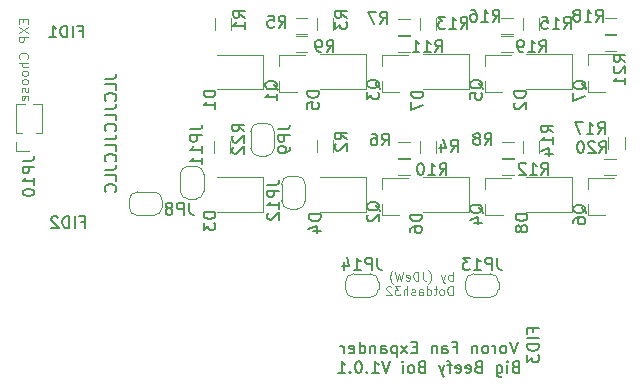
<source format=gbr>
%TF.GenerationSoftware,KiCad,Pcbnew,(5.1.10-1-10_14)*%
%TF.CreationDate,2022-01-16T00:04:22-08:00*%
%TF.ProjectId,FanExpander-kicad,46616e45-7870-4616-9e64-65722d6b6963,rev?*%
%TF.SameCoordinates,Original*%
%TF.FileFunction,Legend,Bot*%
%TF.FilePolarity,Positive*%
%FSLAX46Y46*%
G04 Gerber Fmt 4.6, Leading zero omitted, Abs format (unit mm)*
G04 Created by KiCad (PCBNEW (5.1.10-1-10_14)) date 2022-01-16 00:04:22*
%MOMM*%
%LPD*%
G01*
G04 APERTURE LIST*
%ADD10C,0.100000*%
%ADD11C,0.150000*%
%ADD12C,0.120000*%
G04 APERTURE END LIST*
D10*
X37814257Y-48050876D02*
X37814257Y-48317542D01*
X38233304Y-48431828D02*
X38233304Y-48050876D01*
X37433304Y-48050876D01*
X37433304Y-48431828D01*
X37433304Y-48698495D02*
X38233304Y-49231828D01*
X37433304Y-49231828D02*
X38233304Y-48698495D01*
X38233304Y-49536590D02*
X37433304Y-49536590D01*
X37433304Y-49841352D01*
X37471400Y-49917542D01*
X37509495Y-49955638D01*
X37585685Y-49993733D01*
X37699971Y-49993733D01*
X37776161Y-49955638D01*
X37814257Y-49917542D01*
X37852352Y-49841352D01*
X37852352Y-49536590D01*
X38157114Y-51403257D02*
X38195209Y-51365161D01*
X38233304Y-51250876D01*
X38233304Y-51174685D01*
X38195209Y-51060400D01*
X38119019Y-50984209D01*
X38042828Y-50946114D01*
X37890447Y-50908019D01*
X37776161Y-50908019D01*
X37623780Y-50946114D01*
X37547590Y-50984209D01*
X37471400Y-51060400D01*
X37433304Y-51174685D01*
X37433304Y-51250876D01*
X37471400Y-51365161D01*
X37509495Y-51403257D01*
X38233304Y-51746114D02*
X37433304Y-51746114D01*
X38233304Y-52088971D02*
X37814257Y-52088971D01*
X37738066Y-52050876D01*
X37699971Y-51974685D01*
X37699971Y-51860400D01*
X37738066Y-51784209D01*
X37776161Y-51746114D01*
X38233304Y-52584209D02*
X38195209Y-52508019D01*
X38157114Y-52469923D01*
X38080923Y-52431828D01*
X37852352Y-52431828D01*
X37776161Y-52469923D01*
X37738066Y-52508019D01*
X37699971Y-52584209D01*
X37699971Y-52698495D01*
X37738066Y-52774685D01*
X37776161Y-52812780D01*
X37852352Y-52850876D01*
X38080923Y-52850876D01*
X38157114Y-52812780D01*
X38195209Y-52774685D01*
X38233304Y-52698495D01*
X38233304Y-52584209D01*
X38233304Y-53308019D02*
X38195209Y-53231828D01*
X38157114Y-53193733D01*
X38080923Y-53155638D01*
X37852352Y-53155638D01*
X37776161Y-53193733D01*
X37738066Y-53231828D01*
X37699971Y-53308019D01*
X37699971Y-53422304D01*
X37738066Y-53498495D01*
X37776161Y-53536590D01*
X37852352Y-53574685D01*
X38080923Y-53574685D01*
X38157114Y-53536590D01*
X38195209Y-53498495D01*
X38233304Y-53422304D01*
X38233304Y-53308019D01*
X38195209Y-53879447D02*
X38233304Y-53955638D01*
X38233304Y-54108019D01*
X38195209Y-54184209D01*
X38119019Y-54222304D01*
X38080923Y-54222304D01*
X38004733Y-54184209D01*
X37966638Y-54108019D01*
X37966638Y-53993733D01*
X37928542Y-53917542D01*
X37852352Y-53879447D01*
X37814257Y-53879447D01*
X37738066Y-53917542D01*
X37699971Y-53993733D01*
X37699971Y-54108019D01*
X37738066Y-54184209D01*
X38195209Y-54869923D02*
X38233304Y-54793733D01*
X38233304Y-54641352D01*
X38195209Y-54565161D01*
X38119019Y-54527066D01*
X37814257Y-54527066D01*
X37738066Y-54565161D01*
X37699971Y-54641352D01*
X37699971Y-54793733D01*
X37738066Y-54869923D01*
X37814257Y-54908019D01*
X37890447Y-54908019D01*
X37966638Y-54527066D01*
D11*
X44689780Y-53089752D02*
X45404066Y-53089752D01*
X45546923Y-53042133D01*
X45642161Y-52946895D01*
X45689780Y-52804038D01*
X45689780Y-52708800D01*
X45689780Y-54042133D02*
X45689780Y-53565942D01*
X44689780Y-53565942D01*
X45594542Y-54946895D02*
X45642161Y-54899276D01*
X45689780Y-54756419D01*
X45689780Y-54661180D01*
X45642161Y-54518323D01*
X45546923Y-54423085D01*
X45451685Y-54375466D01*
X45261209Y-54327847D01*
X45118352Y-54327847D01*
X44927876Y-54375466D01*
X44832638Y-54423085D01*
X44737400Y-54518323D01*
X44689780Y-54661180D01*
X44689780Y-54756419D01*
X44737400Y-54899276D01*
X44785019Y-54946895D01*
X44689780Y-55661180D02*
X45404066Y-55661180D01*
X45546923Y-55613561D01*
X45642161Y-55518323D01*
X45689780Y-55375466D01*
X45689780Y-55280228D01*
X45689780Y-56613561D02*
X45689780Y-56137371D01*
X44689780Y-56137371D01*
X45594542Y-57518323D02*
X45642161Y-57470704D01*
X45689780Y-57327847D01*
X45689780Y-57232609D01*
X45642161Y-57089752D01*
X45546923Y-56994514D01*
X45451685Y-56946895D01*
X45261209Y-56899276D01*
X45118352Y-56899276D01*
X44927876Y-56946895D01*
X44832638Y-56994514D01*
X44737400Y-57089752D01*
X44689780Y-57232609D01*
X44689780Y-57327847D01*
X44737400Y-57470704D01*
X44785019Y-57518323D01*
X44689780Y-58232609D02*
X45404066Y-58232609D01*
X45546923Y-58184990D01*
X45642161Y-58089752D01*
X45689780Y-57946895D01*
X45689780Y-57851657D01*
X45689780Y-59184990D02*
X45689780Y-58708800D01*
X44689780Y-58708800D01*
X45594542Y-60089752D02*
X45642161Y-60042133D01*
X45689780Y-59899276D01*
X45689780Y-59804038D01*
X45642161Y-59661180D01*
X45546923Y-59565942D01*
X45451685Y-59518323D01*
X45261209Y-59470704D01*
X45118352Y-59470704D01*
X44927876Y-59518323D01*
X44832638Y-59565942D01*
X44737400Y-59661180D01*
X44689780Y-59804038D01*
X44689780Y-59899276D01*
X44737400Y-60042133D01*
X44785019Y-60089752D01*
X44689780Y-60804038D02*
X45404066Y-60804038D01*
X45546923Y-60756419D01*
X45642161Y-60661180D01*
X45689780Y-60518323D01*
X45689780Y-60423085D01*
X45689780Y-61756419D02*
X45689780Y-61280228D01*
X44689780Y-61280228D01*
X45594542Y-62661180D02*
X45642161Y-62613561D01*
X45689780Y-62470704D01*
X45689780Y-62375466D01*
X45642161Y-62232609D01*
X45546923Y-62137371D01*
X45451685Y-62089752D01*
X45261209Y-62042133D01*
X45118352Y-62042133D01*
X44927876Y-62089752D01*
X44832638Y-62137371D01*
X44737400Y-62232609D01*
X44689780Y-62375466D01*
X44689780Y-62470704D01*
X44737400Y-62613561D01*
X44785019Y-62661180D01*
D10*
X74153028Y-70186385D02*
X74153028Y-69436385D01*
X74153028Y-69722100D02*
X74081600Y-69686385D01*
X73938742Y-69686385D01*
X73867314Y-69722100D01*
X73831600Y-69757814D01*
X73795885Y-69829242D01*
X73795885Y-70043528D01*
X73831600Y-70114957D01*
X73867314Y-70150671D01*
X73938742Y-70186385D01*
X74081600Y-70186385D01*
X74153028Y-70150671D01*
X73545885Y-69686385D02*
X73367314Y-70186385D01*
X73188742Y-69686385D02*
X73367314Y-70186385D01*
X73438742Y-70364957D01*
X73474457Y-70400671D01*
X73545885Y-70436385D01*
X72117314Y-70472100D02*
X72153028Y-70436385D01*
X72224457Y-70329242D01*
X72260171Y-70257814D01*
X72295885Y-70150671D01*
X72331600Y-69972100D01*
X72331600Y-69829242D01*
X72295885Y-69650671D01*
X72260171Y-69543528D01*
X72224457Y-69472100D01*
X72153028Y-69364957D01*
X72117314Y-69329242D01*
X71617314Y-69436385D02*
X71617314Y-69972100D01*
X71653028Y-70079242D01*
X71724457Y-70150671D01*
X71831600Y-70186385D01*
X71903028Y-70186385D01*
X71260171Y-70186385D02*
X71260171Y-69436385D01*
X71081600Y-69436385D01*
X70974457Y-69472100D01*
X70903028Y-69543528D01*
X70867314Y-69614957D01*
X70831600Y-69757814D01*
X70831600Y-69864957D01*
X70867314Y-70007814D01*
X70903028Y-70079242D01*
X70974457Y-70150671D01*
X71081600Y-70186385D01*
X71260171Y-70186385D01*
X70224457Y-70150671D02*
X70295885Y-70186385D01*
X70438742Y-70186385D01*
X70510171Y-70150671D01*
X70545885Y-70079242D01*
X70545885Y-69793528D01*
X70510171Y-69722100D01*
X70438742Y-69686385D01*
X70295885Y-69686385D01*
X70224457Y-69722100D01*
X70188742Y-69793528D01*
X70188742Y-69864957D01*
X70545885Y-69936385D01*
X69938742Y-69436385D02*
X69760171Y-70186385D01*
X69617314Y-69650671D01*
X69474457Y-70186385D01*
X69295885Y-69436385D01*
X69081600Y-70472100D02*
X69045885Y-70436385D01*
X68974457Y-70329242D01*
X68938742Y-70257814D01*
X68903028Y-70150671D01*
X68867314Y-69972100D01*
X68867314Y-69829242D01*
X68903028Y-69650671D01*
X68938742Y-69543528D01*
X68974457Y-69472100D01*
X69045885Y-69364957D01*
X69081600Y-69329242D01*
X74153028Y-71411385D02*
X74153028Y-70661385D01*
X73974457Y-70661385D01*
X73867314Y-70697100D01*
X73795885Y-70768528D01*
X73760171Y-70839957D01*
X73724457Y-70982814D01*
X73724457Y-71089957D01*
X73760171Y-71232814D01*
X73795885Y-71304242D01*
X73867314Y-71375671D01*
X73974457Y-71411385D01*
X74153028Y-71411385D01*
X73295885Y-71411385D02*
X73367314Y-71375671D01*
X73403028Y-71339957D01*
X73438742Y-71268528D01*
X73438742Y-71054242D01*
X73403028Y-70982814D01*
X73367314Y-70947100D01*
X73295885Y-70911385D01*
X73188742Y-70911385D01*
X73117314Y-70947100D01*
X73081600Y-70982814D01*
X73045885Y-71054242D01*
X73045885Y-71268528D01*
X73081600Y-71339957D01*
X73117314Y-71375671D01*
X73188742Y-71411385D01*
X73295885Y-71411385D01*
X72831600Y-70911385D02*
X72545885Y-70911385D01*
X72724457Y-70661385D02*
X72724457Y-71304242D01*
X72688742Y-71375671D01*
X72617314Y-71411385D01*
X72545885Y-71411385D01*
X71974457Y-71411385D02*
X71974457Y-70661385D01*
X71974457Y-71375671D02*
X72045885Y-71411385D01*
X72188742Y-71411385D01*
X72260171Y-71375671D01*
X72295885Y-71339957D01*
X72331600Y-71268528D01*
X72331600Y-71054242D01*
X72295885Y-70982814D01*
X72260171Y-70947100D01*
X72188742Y-70911385D01*
X72045885Y-70911385D01*
X71974457Y-70947100D01*
X71295885Y-71411385D02*
X71295885Y-71018528D01*
X71331600Y-70947100D01*
X71403028Y-70911385D01*
X71545885Y-70911385D01*
X71617314Y-70947100D01*
X71295885Y-71375671D02*
X71367314Y-71411385D01*
X71545885Y-71411385D01*
X71617314Y-71375671D01*
X71653028Y-71304242D01*
X71653028Y-71232814D01*
X71617314Y-71161385D01*
X71545885Y-71125671D01*
X71367314Y-71125671D01*
X71295885Y-71089957D01*
X70974457Y-71375671D02*
X70903028Y-71411385D01*
X70760171Y-71411385D01*
X70688742Y-71375671D01*
X70653028Y-71304242D01*
X70653028Y-71268528D01*
X70688742Y-71197100D01*
X70760171Y-71161385D01*
X70867314Y-71161385D01*
X70938742Y-71125671D01*
X70974457Y-71054242D01*
X70974457Y-71018528D01*
X70938742Y-70947100D01*
X70867314Y-70911385D01*
X70760171Y-70911385D01*
X70688742Y-70947100D01*
X70331600Y-71411385D02*
X70331600Y-70661385D01*
X70010171Y-71411385D02*
X70010171Y-71018528D01*
X70045885Y-70947100D01*
X70117314Y-70911385D01*
X70224457Y-70911385D01*
X70295885Y-70947100D01*
X70331600Y-70982814D01*
X69724457Y-70661385D02*
X69260171Y-70661385D01*
X69510171Y-70947100D01*
X69403028Y-70947100D01*
X69331600Y-70982814D01*
X69295885Y-71018528D01*
X69260171Y-71089957D01*
X69260171Y-71268528D01*
X69295885Y-71339957D01*
X69331600Y-71375671D01*
X69403028Y-71411385D01*
X69617314Y-71411385D01*
X69688742Y-71375671D01*
X69724457Y-71339957D01*
X68974457Y-70732814D02*
X68938742Y-70697100D01*
X68867314Y-70661385D01*
X68688742Y-70661385D01*
X68617314Y-70697100D01*
X68581600Y-70732814D01*
X68545885Y-70804242D01*
X68545885Y-70875671D01*
X68581600Y-70982814D01*
X69010171Y-71411385D01*
X68545885Y-71411385D01*
D11*
X79661400Y-75360780D02*
X79328066Y-76360780D01*
X78994733Y-75360780D01*
X78518542Y-76360780D02*
X78613780Y-76313161D01*
X78661400Y-76265542D01*
X78709019Y-76170304D01*
X78709019Y-75884590D01*
X78661400Y-75789352D01*
X78613780Y-75741733D01*
X78518542Y-75694114D01*
X78375685Y-75694114D01*
X78280447Y-75741733D01*
X78232828Y-75789352D01*
X78185209Y-75884590D01*
X78185209Y-76170304D01*
X78232828Y-76265542D01*
X78280447Y-76313161D01*
X78375685Y-76360780D01*
X78518542Y-76360780D01*
X77756638Y-76360780D02*
X77756638Y-75694114D01*
X77756638Y-75884590D02*
X77709019Y-75789352D01*
X77661400Y-75741733D01*
X77566161Y-75694114D01*
X77470923Y-75694114D01*
X76994733Y-76360780D02*
X77089971Y-76313161D01*
X77137590Y-76265542D01*
X77185209Y-76170304D01*
X77185209Y-75884590D01*
X77137590Y-75789352D01*
X77089971Y-75741733D01*
X76994733Y-75694114D01*
X76851876Y-75694114D01*
X76756638Y-75741733D01*
X76709019Y-75789352D01*
X76661400Y-75884590D01*
X76661400Y-76170304D01*
X76709019Y-76265542D01*
X76756638Y-76313161D01*
X76851876Y-76360780D01*
X76994733Y-76360780D01*
X76232828Y-75694114D02*
X76232828Y-76360780D01*
X76232828Y-75789352D02*
X76185209Y-75741733D01*
X76089971Y-75694114D01*
X75947114Y-75694114D01*
X75851876Y-75741733D01*
X75804257Y-75836971D01*
X75804257Y-76360780D01*
X74232828Y-75836971D02*
X74566161Y-75836971D01*
X74566161Y-76360780D02*
X74566161Y-75360780D01*
X74089971Y-75360780D01*
X73280447Y-76360780D02*
X73280447Y-75836971D01*
X73328066Y-75741733D01*
X73423304Y-75694114D01*
X73613780Y-75694114D01*
X73709019Y-75741733D01*
X73280447Y-76313161D02*
X73375685Y-76360780D01*
X73613780Y-76360780D01*
X73709019Y-76313161D01*
X73756638Y-76217923D01*
X73756638Y-76122685D01*
X73709019Y-76027447D01*
X73613780Y-75979828D01*
X73375685Y-75979828D01*
X73280447Y-75932209D01*
X72804257Y-75694114D02*
X72804257Y-76360780D01*
X72804257Y-75789352D02*
X72756638Y-75741733D01*
X72661400Y-75694114D01*
X72518542Y-75694114D01*
X72423304Y-75741733D01*
X72375685Y-75836971D01*
X72375685Y-76360780D01*
X71137590Y-75836971D02*
X70804257Y-75836971D01*
X70661400Y-76360780D02*
X71137590Y-76360780D01*
X71137590Y-75360780D01*
X70661400Y-75360780D01*
X70328066Y-76360780D02*
X69804257Y-75694114D01*
X70328066Y-75694114D02*
X69804257Y-76360780D01*
X69423304Y-75694114D02*
X69423304Y-76694114D01*
X69423304Y-75741733D02*
X69328066Y-75694114D01*
X69137590Y-75694114D01*
X69042352Y-75741733D01*
X68994733Y-75789352D01*
X68947114Y-75884590D01*
X68947114Y-76170304D01*
X68994733Y-76265542D01*
X69042352Y-76313161D01*
X69137590Y-76360780D01*
X69328066Y-76360780D01*
X69423304Y-76313161D01*
X68089971Y-76360780D02*
X68089971Y-75836971D01*
X68137590Y-75741733D01*
X68232828Y-75694114D01*
X68423304Y-75694114D01*
X68518542Y-75741733D01*
X68089971Y-76313161D02*
X68185209Y-76360780D01*
X68423304Y-76360780D01*
X68518542Y-76313161D01*
X68566161Y-76217923D01*
X68566161Y-76122685D01*
X68518542Y-76027447D01*
X68423304Y-75979828D01*
X68185209Y-75979828D01*
X68089971Y-75932209D01*
X67613780Y-75694114D02*
X67613780Y-76360780D01*
X67613780Y-75789352D02*
X67566161Y-75741733D01*
X67470923Y-75694114D01*
X67328066Y-75694114D01*
X67232828Y-75741733D01*
X67185209Y-75836971D01*
X67185209Y-76360780D01*
X66280447Y-76360780D02*
X66280447Y-75360780D01*
X66280447Y-76313161D02*
X66375685Y-76360780D01*
X66566161Y-76360780D01*
X66661400Y-76313161D01*
X66709019Y-76265542D01*
X66756638Y-76170304D01*
X66756638Y-75884590D01*
X66709019Y-75789352D01*
X66661400Y-75741733D01*
X66566161Y-75694114D01*
X66375685Y-75694114D01*
X66280447Y-75741733D01*
X65423304Y-76313161D02*
X65518542Y-76360780D01*
X65709019Y-76360780D01*
X65804257Y-76313161D01*
X65851876Y-76217923D01*
X65851876Y-75836971D01*
X65804257Y-75741733D01*
X65709019Y-75694114D01*
X65518542Y-75694114D01*
X65423304Y-75741733D01*
X65375685Y-75836971D01*
X65375685Y-75932209D01*
X65851876Y-76027447D01*
X64947114Y-76360780D02*
X64947114Y-75694114D01*
X64947114Y-75884590D02*
X64899495Y-75789352D01*
X64851876Y-75741733D01*
X64756638Y-75694114D01*
X64661400Y-75694114D01*
X79470923Y-77486971D02*
X79328066Y-77534590D01*
X79280447Y-77582209D01*
X79232828Y-77677447D01*
X79232828Y-77820304D01*
X79280447Y-77915542D01*
X79328066Y-77963161D01*
X79423304Y-78010780D01*
X79804257Y-78010780D01*
X79804257Y-77010780D01*
X79470923Y-77010780D01*
X79375685Y-77058400D01*
X79328066Y-77106019D01*
X79280447Y-77201257D01*
X79280447Y-77296495D01*
X79328066Y-77391733D01*
X79375685Y-77439352D01*
X79470923Y-77486971D01*
X79804257Y-77486971D01*
X78804257Y-78010780D02*
X78804257Y-77344114D01*
X78804257Y-77010780D02*
X78851876Y-77058400D01*
X78804257Y-77106019D01*
X78756638Y-77058400D01*
X78804257Y-77010780D01*
X78804257Y-77106019D01*
X77899495Y-77344114D02*
X77899495Y-78153638D01*
X77947114Y-78248876D01*
X77994733Y-78296495D01*
X78089971Y-78344114D01*
X78232828Y-78344114D01*
X78328066Y-78296495D01*
X77899495Y-77963161D02*
X77994733Y-78010780D01*
X78185209Y-78010780D01*
X78280447Y-77963161D01*
X78328066Y-77915542D01*
X78375685Y-77820304D01*
X78375685Y-77534590D01*
X78328066Y-77439352D01*
X78280447Y-77391733D01*
X78185209Y-77344114D01*
X77994733Y-77344114D01*
X77899495Y-77391733D01*
X76328066Y-77486971D02*
X76185209Y-77534590D01*
X76137590Y-77582209D01*
X76089971Y-77677447D01*
X76089971Y-77820304D01*
X76137590Y-77915542D01*
X76185209Y-77963161D01*
X76280447Y-78010780D01*
X76661400Y-78010780D01*
X76661400Y-77010780D01*
X76328066Y-77010780D01*
X76232828Y-77058400D01*
X76185209Y-77106019D01*
X76137590Y-77201257D01*
X76137590Y-77296495D01*
X76185209Y-77391733D01*
X76232828Y-77439352D01*
X76328066Y-77486971D01*
X76661400Y-77486971D01*
X75280447Y-77963161D02*
X75375685Y-78010780D01*
X75566161Y-78010780D01*
X75661400Y-77963161D01*
X75709019Y-77867923D01*
X75709019Y-77486971D01*
X75661400Y-77391733D01*
X75566161Y-77344114D01*
X75375685Y-77344114D01*
X75280447Y-77391733D01*
X75232828Y-77486971D01*
X75232828Y-77582209D01*
X75709019Y-77677447D01*
X74423304Y-77963161D02*
X74518542Y-78010780D01*
X74709019Y-78010780D01*
X74804257Y-77963161D01*
X74851876Y-77867923D01*
X74851876Y-77486971D01*
X74804257Y-77391733D01*
X74709019Y-77344114D01*
X74518542Y-77344114D01*
X74423304Y-77391733D01*
X74375685Y-77486971D01*
X74375685Y-77582209D01*
X74851876Y-77677447D01*
X74089971Y-77344114D02*
X73709019Y-77344114D01*
X73947114Y-78010780D02*
X73947114Y-77153638D01*
X73899495Y-77058400D01*
X73804257Y-77010780D01*
X73709019Y-77010780D01*
X73470923Y-77344114D02*
X73232828Y-78010780D01*
X72994733Y-77344114D02*
X73232828Y-78010780D01*
X73328066Y-78248876D01*
X73375685Y-78296495D01*
X73470923Y-78344114D01*
X71518542Y-77486971D02*
X71375685Y-77534590D01*
X71328066Y-77582209D01*
X71280447Y-77677447D01*
X71280447Y-77820304D01*
X71328066Y-77915542D01*
X71375685Y-77963161D01*
X71470923Y-78010780D01*
X71851876Y-78010780D01*
X71851876Y-77010780D01*
X71518542Y-77010780D01*
X71423304Y-77058400D01*
X71375685Y-77106019D01*
X71328066Y-77201257D01*
X71328066Y-77296495D01*
X71375685Y-77391733D01*
X71423304Y-77439352D01*
X71518542Y-77486971D01*
X71851876Y-77486971D01*
X70709019Y-78010780D02*
X70804257Y-77963161D01*
X70851876Y-77915542D01*
X70899495Y-77820304D01*
X70899495Y-77534590D01*
X70851876Y-77439352D01*
X70804257Y-77391733D01*
X70709019Y-77344114D01*
X70566161Y-77344114D01*
X70470923Y-77391733D01*
X70423304Y-77439352D01*
X70375685Y-77534590D01*
X70375685Y-77820304D01*
X70423304Y-77915542D01*
X70470923Y-77963161D01*
X70566161Y-78010780D01*
X70709019Y-78010780D01*
X69947114Y-78010780D02*
X69947114Y-77344114D01*
X69947114Y-77010780D02*
X69994733Y-77058400D01*
X69947114Y-77106019D01*
X69899495Y-77058400D01*
X69947114Y-77010780D01*
X69947114Y-77106019D01*
X68851876Y-77010780D02*
X68518542Y-78010780D01*
X68185209Y-77010780D01*
X67328066Y-78010780D02*
X67899495Y-78010780D01*
X67613780Y-78010780D02*
X67613780Y-77010780D01*
X67709019Y-77153638D01*
X67804257Y-77248876D01*
X67899495Y-77296495D01*
X66899495Y-77915542D02*
X66851876Y-77963161D01*
X66899495Y-78010780D01*
X66947114Y-77963161D01*
X66899495Y-77915542D01*
X66899495Y-78010780D01*
X66232828Y-77010780D02*
X66137590Y-77010780D01*
X66042352Y-77058400D01*
X65994733Y-77106019D01*
X65947114Y-77201257D01*
X65899495Y-77391733D01*
X65899495Y-77629828D01*
X65947114Y-77820304D01*
X65994733Y-77915542D01*
X66042352Y-77963161D01*
X66137590Y-78010780D01*
X66232828Y-78010780D01*
X66328066Y-77963161D01*
X66375685Y-77915542D01*
X66423304Y-77820304D01*
X66470923Y-77629828D01*
X66470923Y-77391733D01*
X66423304Y-77201257D01*
X66375685Y-77106019D01*
X66328066Y-77058400D01*
X66232828Y-77010780D01*
X65470923Y-77915542D02*
X65423304Y-77963161D01*
X65470923Y-78010780D01*
X65518542Y-77963161D01*
X65470923Y-77915542D01*
X65470923Y-78010780D01*
X64470923Y-78010780D02*
X65042352Y-78010780D01*
X64756638Y-78010780D02*
X64756638Y-77010780D01*
X64851876Y-77153638D01*
X64947114Y-77248876D01*
X65042352Y-77296495D01*
D12*
%TO.C,JP12*%
X60380600Y-61335700D02*
G75*
G03*
X59680600Y-62035700I0J-700000D01*
G01*
X61680600Y-62035700D02*
G75*
G03*
X60980600Y-61335700I-700000J0D01*
G01*
X60980600Y-64135700D02*
G75*
G03*
X61680600Y-63435700I0J700000D01*
G01*
X59680600Y-63435700D02*
G75*
G03*
X60380600Y-64135700I700000J0D01*
G01*
X60980600Y-61335700D02*
X60380600Y-61335700D01*
X61680600Y-63435700D02*
X61680600Y-62035700D01*
X60380600Y-64135700D02*
X60980600Y-64135700D01*
X59680600Y-62035700D02*
X59680600Y-63435700D01*
%TO.C,JP14*%
X67886800Y-70312000D02*
G75*
G03*
X67186800Y-69612000I-700000J0D01*
G01*
X67186800Y-71612000D02*
G75*
G03*
X67886800Y-70912000I0J700000D01*
G01*
X65086800Y-70912000D02*
G75*
G03*
X65786800Y-71612000I700000J0D01*
G01*
X65786800Y-69612000D02*
G75*
G03*
X65086800Y-70312000I0J-700000D01*
G01*
X67886800Y-70912000D02*
X67886800Y-70312000D01*
X65786800Y-71612000D02*
X67186800Y-71612000D01*
X65086800Y-70312000D02*
X65086800Y-70912000D01*
X67186800Y-69612000D02*
X65786800Y-69612000D01*
%TO.C,JP13*%
X78046800Y-70312000D02*
G75*
G03*
X77346800Y-69612000I-700000J0D01*
G01*
X77346800Y-71612000D02*
G75*
G03*
X78046800Y-70912000I0J700000D01*
G01*
X75246800Y-70912000D02*
G75*
G03*
X75946800Y-71612000I700000J0D01*
G01*
X75946800Y-69612000D02*
G75*
G03*
X75246800Y-70312000I0J-700000D01*
G01*
X78046800Y-70912000D02*
X78046800Y-70312000D01*
X75946800Y-71612000D02*
X77346800Y-71612000D01*
X75246800Y-70312000D02*
X75246800Y-70912000D01*
X77346800Y-69612000D02*
X75946800Y-69612000D01*
%TO.C,JP8*%
X48868800Y-64677800D02*
G75*
G03*
X49568800Y-63977800I0J700000D01*
G01*
X46768800Y-63977800D02*
G75*
G03*
X47468800Y-64677800I700000J0D01*
G01*
X47468800Y-62677800D02*
G75*
G03*
X46768800Y-63377800I0J-700000D01*
G01*
X49568800Y-63377800D02*
G75*
G03*
X48868800Y-62677800I-700000J0D01*
G01*
X49568800Y-63977800D02*
X49568800Y-63377800D01*
X47468800Y-64677800D02*
X48868800Y-64677800D01*
X46768800Y-63377800D02*
X46768800Y-63977800D01*
X48868800Y-62677800D02*
X47468800Y-62677800D01*
%TO.C,JP9*%
X57064400Y-58952600D02*
G75*
G03*
X57764400Y-59652600I700000J0D01*
G01*
X57764400Y-56852600D02*
G75*
G03*
X57064400Y-57552600I0J-700000D01*
G01*
X59064400Y-57552600D02*
G75*
G03*
X58364400Y-56852600I-700000J0D01*
G01*
X58364400Y-59652600D02*
G75*
G03*
X59064400Y-58952600I0J700000D01*
G01*
X57764400Y-59652600D02*
X58364400Y-59652600D01*
X57064400Y-57552600D02*
X57064400Y-58952600D01*
X58364400Y-56852600D02*
X57764400Y-56852600D01*
X59064400Y-58952600D02*
X59064400Y-57552600D01*
%TO.C,JP11*%
X51095400Y-62599800D02*
G75*
G03*
X51795400Y-63299800I700000J0D01*
G01*
X51795400Y-60499800D02*
G75*
G03*
X51095400Y-61199800I0J-700000D01*
G01*
X53095400Y-61199800D02*
G75*
G03*
X52395400Y-60499800I-700000J0D01*
G01*
X52395400Y-63299800D02*
G75*
G03*
X53095400Y-62599800I0J700000D01*
G01*
X51795400Y-63299800D02*
X52395400Y-63299800D01*
X51095400Y-61199800D02*
X51095400Y-62599800D01*
X52395400Y-60499800D02*
X51795400Y-60499800D01*
X53095400Y-62599800D02*
X53095400Y-61199800D01*
%TO.C,D8*%
X84250800Y-64375800D02*
X80365800Y-64375800D01*
X80365800Y-61455800D02*
X84250800Y-61455800D01*
X84250800Y-61455800D02*
X84250800Y-64375800D01*
%TO.C,D7*%
X75538600Y-53936400D02*
X71653600Y-53936400D01*
X71653600Y-51016400D02*
X75538600Y-51016400D01*
X75538600Y-51016400D02*
X75538600Y-53936400D01*
%TO.C,D6*%
X75564000Y-64375800D02*
X71679000Y-64375800D01*
X71679000Y-61455800D02*
X75564000Y-61455800D01*
X75564000Y-61455800D02*
X75564000Y-64375800D01*
%TO.C,D5*%
X66801600Y-53936400D02*
X62916600Y-53936400D01*
X62916600Y-51016400D02*
X66801600Y-51016400D01*
X66801600Y-51016400D02*
X66801600Y-53936400D01*
%TO.C,D4*%
X66826400Y-64375800D02*
X62941400Y-64375800D01*
X62941400Y-61455800D02*
X66826400Y-61455800D01*
X66826400Y-61455800D02*
X66826400Y-64375800D01*
%TO.C,D3*%
X58114200Y-64375800D02*
X54229200Y-64375800D01*
X54229200Y-61455800D02*
X58114200Y-61455800D01*
X58114200Y-61455800D02*
X58114200Y-64375800D01*
%TO.C,D2*%
X84263500Y-53936400D02*
X80378500Y-53936400D01*
X80378500Y-51016400D02*
X84263500Y-51016400D01*
X84263500Y-51016400D02*
X84263500Y-53936400D01*
%TO.C,D1*%
X58114200Y-53987200D02*
X54229200Y-53987200D01*
X54229200Y-51067200D02*
X58114200Y-51067200D01*
X58114200Y-51067200D02*
X58114200Y-53987200D01*
%TO.C,JP10*%
X37193200Y-59230800D02*
X38303200Y-59230800D01*
X37193200Y-58470800D02*
X37193200Y-59230800D01*
X38866671Y-57710800D02*
X39413200Y-57710800D01*
X37193200Y-57710800D02*
X37739729Y-57710800D01*
X39413200Y-57710800D02*
X39413200Y-55235800D01*
X37193200Y-57710800D02*
X37193200Y-55235800D01*
X38610730Y-55235800D02*
X39413200Y-55235800D01*
X37193200Y-55235800D02*
X37995670Y-55235800D01*
%TO.C,R22*%
X55340800Y-59351800D02*
X55340800Y-58351800D01*
X53980800Y-58351800D02*
X53980800Y-59351800D01*
%TO.C,R19*%
X79265400Y-49459600D02*
X78265400Y-49459600D01*
X78265400Y-50819600D02*
X79265400Y-50819600D01*
%TO.C,R17*%
X88716400Y-59047000D02*
X88716400Y-58047000D01*
X87356400Y-58047000D02*
X87356400Y-59047000D01*
%TO.C,R16*%
X79278800Y-47986400D02*
X78278800Y-47986400D01*
X78278800Y-49346400D02*
X79278800Y-49346400D01*
%TO.C,R14*%
X80142800Y-58351800D02*
X80142800Y-59351800D01*
X81502800Y-59351800D02*
X81502800Y-58351800D01*
%TO.C,R13*%
X71405200Y-47937800D02*
X71405200Y-48937800D01*
X72765200Y-48937800D02*
X72765200Y-47937800D01*
%TO.C,R12*%
X79316200Y-59899000D02*
X78316200Y-59899000D01*
X78316200Y-61259000D02*
X79316200Y-61259000D01*
%TO.C,R11*%
X70553200Y-49485000D02*
X69553200Y-49485000D01*
X69553200Y-50845000D02*
X70553200Y-50845000D01*
%TO.C,R10*%
X69578600Y-61259000D02*
X70578600Y-61259000D01*
X70578600Y-59899000D02*
X69578600Y-59899000D01*
%TO.C,R9*%
X60866400Y-50819600D02*
X61866400Y-50819600D01*
X61866400Y-49459600D02*
X60866400Y-49459600D01*
%TO.C,R8*%
X79316200Y-58451200D02*
X78316200Y-58451200D01*
X78316200Y-59811200D02*
X79316200Y-59811200D01*
%TO.C,R7*%
X70553200Y-48011800D02*
X69553200Y-48011800D01*
X69553200Y-49371800D02*
X70553200Y-49371800D01*
%TO.C,R6*%
X70578600Y-58425800D02*
X69578600Y-58425800D01*
X69578600Y-59785800D02*
X70578600Y-59785800D01*
%TO.C,R5*%
X61866400Y-47986400D02*
X60866400Y-47986400D01*
X60866400Y-49346400D02*
X61866400Y-49346400D01*
%TO.C,R4*%
X71405200Y-58377200D02*
X71405200Y-59377200D01*
X72765200Y-59377200D02*
X72765200Y-58377200D01*
%TO.C,R3*%
X62693000Y-47963200D02*
X62693000Y-48963200D01*
X64053000Y-48963200D02*
X64053000Y-47963200D01*
%TO.C,R2*%
X62693000Y-58326400D02*
X62693000Y-59326400D01*
X64053000Y-59326400D02*
X64053000Y-58326400D01*
%TO.C,R1*%
X54006200Y-47949800D02*
X54006200Y-48949800D01*
X55366200Y-48949800D02*
X55366200Y-47949800D01*
%TO.C,R21*%
X87028400Y-50794200D02*
X88028400Y-50794200D01*
X88028400Y-49434200D02*
X87028400Y-49434200D01*
%TO.C,R20*%
X87003000Y-61233600D02*
X88003000Y-61233600D01*
X88003000Y-59873600D02*
X87003000Y-59873600D01*
%TO.C,R18*%
X88028400Y-47973000D02*
X87028400Y-47973000D01*
X87028400Y-49333000D02*
X88028400Y-49333000D01*
%TO.C,R15*%
X80117400Y-47937800D02*
X80117400Y-48937800D01*
X81477400Y-48937800D02*
X81477400Y-47937800D01*
%TO.C,Q7*%
X85638100Y-54208800D02*
X87098100Y-54208800D01*
X85638100Y-51048800D02*
X87798100Y-51048800D01*
X85638100Y-51048800D02*
X85638100Y-51978800D01*
X85638100Y-54208800D02*
X85638100Y-53278800D01*
%TO.C,Q1*%
X59488800Y-54234200D02*
X60948800Y-54234200D01*
X59488800Y-51074200D02*
X61648800Y-51074200D01*
X59488800Y-51074200D02*
X59488800Y-52004200D01*
X59488800Y-54234200D02*
X59488800Y-53304200D01*
%TO.C,Q6*%
X85638100Y-64660900D02*
X85638100Y-63730900D01*
X85638100Y-61500900D02*
X85638100Y-62430900D01*
X85638100Y-61500900D02*
X87798100Y-61500900D01*
X85638100Y-64660900D02*
X87098100Y-64660900D01*
%TO.C,Q5*%
X76913200Y-54234200D02*
X76913200Y-53304200D01*
X76913200Y-51074200D02*
X76913200Y-52004200D01*
X76913200Y-51074200D02*
X79073200Y-51074200D01*
X76913200Y-54234200D02*
X78373200Y-54234200D01*
%TO.C,Q4*%
X76938600Y-64660900D02*
X76938600Y-63730900D01*
X76938600Y-61500900D02*
X76938600Y-62430900D01*
X76938600Y-61500900D02*
X79098600Y-61500900D01*
X76938600Y-64660900D02*
X78398600Y-64660900D01*
%TO.C,Q3*%
X68188300Y-54234200D02*
X68188300Y-53304200D01*
X68188300Y-51074200D02*
X68188300Y-52004200D01*
X68188300Y-51074200D02*
X70348300Y-51074200D01*
X68188300Y-54234200D02*
X69648300Y-54234200D01*
%TO.C,Q2*%
X68188300Y-64660900D02*
X68188300Y-63730900D01*
X68188300Y-61500900D02*
X68188300Y-62430900D01*
X68188300Y-61500900D02*
X70348300Y-61500900D01*
X68188300Y-64660900D02*
X69648300Y-64660900D01*
%TO.C,JP12*%
D11*
X58481980Y-62088876D02*
X59196266Y-62088876D01*
X59339123Y-62041257D01*
X59434361Y-61946019D01*
X59481980Y-61803161D01*
X59481980Y-61707923D01*
X59481980Y-62565066D02*
X58481980Y-62565066D01*
X58481980Y-62946019D01*
X58529600Y-63041257D01*
X58577219Y-63088876D01*
X58672457Y-63136495D01*
X58815314Y-63136495D01*
X58910552Y-63088876D01*
X58958171Y-63041257D01*
X59005790Y-62946019D01*
X59005790Y-62565066D01*
X59481980Y-64088876D02*
X59481980Y-63517447D01*
X59481980Y-63803161D02*
X58481980Y-63803161D01*
X58624838Y-63707923D01*
X58720076Y-63612685D01*
X58767695Y-63517447D01*
X58577219Y-64469828D02*
X58529600Y-64517447D01*
X58481980Y-64612685D01*
X58481980Y-64850780D01*
X58529600Y-64946019D01*
X58577219Y-64993638D01*
X58672457Y-65041257D01*
X58767695Y-65041257D01*
X58910552Y-64993638D01*
X59481980Y-64422209D01*
X59481980Y-65041257D01*
%TO.C,JP14*%
X67796323Y-68264380D02*
X67796323Y-68978666D01*
X67843942Y-69121523D01*
X67939180Y-69216761D01*
X68082038Y-69264380D01*
X68177276Y-69264380D01*
X67320133Y-69264380D02*
X67320133Y-68264380D01*
X66939180Y-68264380D01*
X66843942Y-68312000D01*
X66796323Y-68359619D01*
X66748704Y-68454857D01*
X66748704Y-68597714D01*
X66796323Y-68692952D01*
X66843942Y-68740571D01*
X66939180Y-68788190D01*
X67320133Y-68788190D01*
X65796323Y-69264380D02*
X66367752Y-69264380D01*
X66082038Y-69264380D02*
X66082038Y-68264380D01*
X66177276Y-68407238D01*
X66272514Y-68502476D01*
X66367752Y-68550095D01*
X64939180Y-68597714D02*
X64939180Y-69264380D01*
X65177276Y-68216761D02*
X65415371Y-68931047D01*
X64796323Y-68931047D01*
%TO.C,JP13*%
X77956323Y-68264380D02*
X77956323Y-68978666D01*
X78003942Y-69121523D01*
X78099180Y-69216761D01*
X78242038Y-69264380D01*
X78337276Y-69264380D01*
X77480133Y-69264380D02*
X77480133Y-68264380D01*
X77099180Y-68264380D01*
X77003942Y-68312000D01*
X76956323Y-68359619D01*
X76908704Y-68454857D01*
X76908704Y-68597714D01*
X76956323Y-68692952D01*
X77003942Y-68740571D01*
X77099180Y-68788190D01*
X77480133Y-68788190D01*
X75956323Y-69264380D02*
X76527752Y-69264380D01*
X76242038Y-69264380D02*
X76242038Y-68264380D01*
X76337276Y-68407238D01*
X76432514Y-68502476D01*
X76527752Y-68550095D01*
X75622990Y-68264380D02*
X75003942Y-68264380D01*
X75337276Y-68645333D01*
X75194419Y-68645333D01*
X75099180Y-68692952D01*
X75051561Y-68740571D01*
X75003942Y-68835809D01*
X75003942Y-69073904D01*
X75051561Y-69169142D01*
X75099180Y-69216761D01*
X75194419Y-69264380D01*
X75480133Y-69264380D01*
X75575371Y-69216761D01*
X75622990Y-69169142D01*
%TO.C,JP8*%
X51861933Y-63612780D02*
X51861933Y-64327066D01*
X51909552Y-64469923D01*
X52004790Y-64565161D01*
X52147647Y-64612780D01*
X52242885Y-64612780D01*
X51385742Y-64612780D02*
X51385742Y-63612780D01*
X51004790Y-63612780D01*
X50909552Y-63660400D01*
X50861933Y-63708019D01*
X50814314Y-63803257D01*
X50814314Y-63946114D01*
X50861933Y-64041352D01*
X50909552Y-64088971D01*
X51004790Y-64136590D01*
X51385742Y-64136590D01*
X50242885Y-64041352D02*
X50338123Y-63993733D01*
X50385742Y-63946114D01*
X50433361Y-63850876D01*
X50433361Y-63803257D01*
X50385742Y-63708019D01*
X50338123Y-63660400D01*
X50242885Y-63612780D01*
X50052409Y-63612780D01*
X49957171Y-63660400D01*
X49909552Y-63708019D01*
X49861933Y-63803257D01*
X49861933Y-63850876D01*
X49909552Y-63946114D01*
X49957171Y-63993733D01*
X50052409Y-64041352D01*
X50242885Y-64041352D01*
X50338123Y-64088971D01*
X50385742Y-64136590D01*
X50433361Y-64231828D01*
X50433361Y-64422304D01*
X50385742Y-64517542D01*
X50338123Y-64565161D01*
X50242885Y-64612780D01*
X50052409Y-64612780D01*
X49957171Y-64565161D01*
X49909552Y-64517542D01*
X49861933Y-64422304D01*
X49861933Y-64231828D01*
X49909552Y-64136590D01*
X49957171Y-64088971D01*
X50052409Y-64041352D01*
%TO.C,JP9*%
X59396380Y-57378866D02*
X60110666Y-57378866D01*
X60253523Y-57331247D01*
X60348761Y-57236009D01*
X60396380Y-57093152D01*
X60396380Y-56997914D01*
X60396380Y-57855057D02*
X59396380Y-57855057D01*
X59396380Y-58236009D01*
X59444000Y-58331247D01*
X59491619Y-58378866D01*
X59586857Y-58426485D01*
X59729714Y-58426485D01*
X59824952Y-58378866D01*
X59872571Y-58331247D01*
X59920190Y-58236009D01*
X59920190Y-57855057D01*
X60396380Y-58902676D02*
X60396380Y-59093152D01*
X60348761Y-59188390D01*
X60301142Y-59236009D01*
X60158285Y-59331247D01*
X59967809Y-59378866D01*
X59586857Y-59378866D01*
X59491619Y-59331247D01*
X59444000Y-59283628D01*
X59396380Y-59188390D01*
X59396380Y-58997914D01*
X59444000Y-58902676D01*
X59491619Y-58855057D01*
X59586857Y-58807438D01*
X59824952Y-58807438D01*
X59920190Y-58855057D01*
X59967809Y-58902676D01*
X60015428Y-58997914D01*
X60015428Y-59188390D01*
X59967809Y-59283628D01*
X59920190Y-59331247D01*
X59824952Y-59378866D01*
%TO.C,JP11*%
X51954180Y-57389876D02*
X52668466Y-57389876D01*
X52811323Y-57342257D01*
X52906561Y-57247019D01*
X52954180Y-57104161D01*
X52954180Y-57008923D01*
X52954180Y-57866066D02*
X51954180Y-57866066D01*
X51954180Y-58247019D01*
X52001800Y-58342257D01*
X52049419Y-58389876D01*
X52144657Y-58437495D01*
X52287514Y-58437495D01*
X52382752Y-58389876D01*
X52430371Y-58342257D01*
X52477990Y-58247019D01*
X52477990Y-57866066D01*
X52954180Y-59389876D02*
X52954180Y-58818447D01*
X52954180Y-59104161D02*
X51954180Y-59104161D01*
X52097038Y-59008923D01*
X52192276Y-58913685D01*
X52239895Y-58818447D01*
X52954180Y-60342257D02*
X52954180Y-59770828D01*
X52954180Y-60056542D02*
X51954180Y-60056542D01*
X52097038Y-59961304D01*
X52192276Y-59866066D01*
X52239895Y-59770828D01*
%TO.C,D8*%
X80487780Y-64565304D02*
X79487780Y-64565304D01*
X79487780Y-64803400D01*
X79535400Y-64946257D01*
X79630638Y-65041495D01*
X79725876Y-65089114D01*
X79916352Y-65136733D01*
X80059209Y-65136733D01*
X80249685Y-65089114D01*
X80344923Y-65041495D01*
X80440161Y-64946257D01*
X80487780Y-64803400D01*
X80487780Y-64565304D01*
X79916352Y-65708161D02*
X79868733Y-65612923D01*
X79821114Y-65565304D01*
X79725876Y-65517685D01*
X79678257Y-65517685D01*
X79583019Y-65565304D01*
X79535400Y-65612923D01*
X79487780Y-65708161D01*
X79487780Y-65898638D01*
X79535400Y-65993876D01*
X79583019Y-66041495D01*
X79678257Y-66089114D01*
X79725876Y-66089114D01*
X79821114Y-66041495D01*
X79868733Y-65993876D01*
X79916352Y-65898638D01*
X79916352Y-65708161D01*
X79963971Y-65612923D01*
X80011590Y-65565304D01*
X80106828Y-65517685D01*
X80297304Y-65517685D01*
X80392542Y-65565304D01*
X80440161Y-65612923D01*
X80487780Y-65708161D01*
X80487780Y-65898638D01*
X80440161Y-65993876D01*
X80392542Y-66041495D01*
X80297304Y-66089114D01*
X80106828Y-66089114D01*
X80011590Y-66041495D01*
X79963971Y-65993876D01*
X79916352Y-65898638D01*
%TO.C,D7*%
X71673980Y-54202104D02*
X70673980Y-54202104D01*
X70673980Y-54440200D01*
X70721600Y-54583057D01*
X70816838Y-54678295D01*
X70912076Y-54725914D01*
X71102552Y-54773533D01*
X71245409Y-54773533D01*
X71435885Y-54725914D01*
X71531123Y-54678295D01*
X71626361Y-54583057D01*
X71673980Y-54440200D01*
X71673980Y-54202104D01*
X70673980Y-55106866D02*
X70673980Y-55773533D01*
X71673980Y-55344961D01*
%TO.C,D6*%
X71572380Y-64616104D02*
X70572380Y-64616104D01*
X70572380Y-64854200D01*
X70620000Y-64997057D01*
X70715238Y-65092295D01*
X70810476Y-65139914D01*
X71000952Y-65187533D01*
X71143809Y-65187533D01*
X71334285Y-65139914D01*
X71429523Y-65092295D01*
X71524761Y-64997057D01*
X71572380Y-64854200D01*
X71572380Y-64616104D01*
X70572380Y-66044676D02*
X70572380Y-65854200D01*
X70620000Y-65758961D01*
X70667619Y-65711342D01*
X70810476Y-65616104D01*
X71000952Y-65568485D01*
X71381904Y-65568485D01*
X71477142Y-65616104D01*
X71524761Y-65663723D01*
X71572380Y-65758961D01*
X71572380Y-65949438D01*
X71524761Y-66044676D01*
X71477142Y-66092295D01*
X71381904Y-66139914D01*
X71143809Y-66139914D01*
X71048571Y-66092295D01*
X71000952Y-66044676D01*
X70953333Y-65949438D01*
X70953333Y-65758961D01*
X71000952Y-65663723D01*
X71048571Y-65616104D01*
X71143809Y-65568485D01*
%TO.C,D5*%
X62834780Y-54151304D02*
X61834780Y-54151304D01*
X61834780Y-54389400D01*
X61882400Y-54532257D01*
X61977638Y-54627495D01*
X62072876Y-54675114D01*
X62263352Y-54722733D01*
X62406209Y-54722733D01*
X62596685Y-54675114D01*
X62691923Y-54627495D01*
X62787161Y-54532257D01*
X62834780Y-54389400D01*
X62834780Y-54151304D01*
X61834780Y-55627495D02*
X61834780Y-55151304D01*
X62310971Y-55103685D01*
X62263352Y-55151304D01*
X62215733Y-55246542D01*
X62215733Y-55484638D01*
X62263352Y-55579876D01*
X62310971Y-55627495D01*
X62406209Y-55675114D01*
X62644304Y-55675114D01*
X62739542Y-55627495D01*
X62787161Y-55579876D01*
X62834780Y-55484638D01*
X62834780Y-55246542D01*
X62787161Y-55151304D01*
X62739542Y-55103685D01*
%TO.C,D4*%
X62987180Y-64590704D02*
X61987180Y-64590704D01*
X61987180Y-64828800D01*
X62034800Y-64971657D01*
X62130038Y-65066895D01*
X62225276Y-65114514D01*
X62415752Y-65162133D01*
X62558609Y-65162133D01*
X62749085Y-65114514D01*
X62844323Y-65066895D01*
X62939561Y-64971657D01*
X62987180Y-64828800D01*
X62987180Y-64590704D01*
X62320514Y-66019276D02*
X62987180Y-66019276D01*
X61939561Y-65781180D02*
X62653847Y-65543085D01*
X62653847Y-66162133D01*
%TO.C,D3*%
X54071780Y-64387504D02*
X53071780Y-64387504D01*
X53071780Y-64625600D01*
X53119400Y-64768457D01*
X53214638Y-64863695D01*
X53309876Y-64911314D01*
X53500352Y-64958933D01*
X53643209Y-64958933D01*
X53833685Y-64911314D01*
X53928923Y-64863695D01*
X54024161Y-64768457D01*
X54071780Y-64625600D01*
X54071780Y-64387504D01*
X53071780Y-65292266D02*
X53071780Y-65911314D01*
X53452733Y-65577980D01*
X53452733Y-65720838D01*
X53500352Y-65816076D01*
X53547971Y-65863695D01*
X53643209Y-65911314D01*
X53881304Y-65911314D01*
X53976542Y-65863695D01*
X54024161Y-65816076D01*
X54071780Y-65720838D01*
X54071780Y-65435123D01*
X54024161Y-65339885D01*
X53976542Y-65292266D01*
%TO.C,D2*%
X80360780Y-54176704D02*
X79360780Y-54176704D01*
X79360780Y-54414800D01*
X79408400Y-54557657D01*
X79503638Y-54652895D01*
X79598876Y-54700514D01*
X79789352Y-54748133D01*
X79932209Y-54748133D01*
X80122685Y-54700514D01*
X80217923Y-54652895D01*
X80313161Y-54557657D01*
X80360780Y-54414800D01*
X80360780Y-54176704D01*
X79456019Y-55129085D02*
X79408400Y-55176704D01*
X79360780Y-55271942D01*
X79360780Y-55510038D01*
X79408400Y-55605276D01*
X79456019Y-55652895D01*
X79551257Y-55700514D01*
X79646495Y-55700514D01*
X79789352Y-55652895D01*
X80360780Y-55081466D01*
X80360780Y-55700514D01*
%TO.C,D1*%
X54071780Y-54100504D02*
X53071780Y-54100504D01*
X53071780Y-54338600D01*
X53119400Y-54481457D01*
X53214638Y-54576695D01*
X53309876Y-54624314D01*
X53500352Y-54671933D01*
X53643209Y-54671933D01*
X53833685Y-54624314D01*
X53928923Y-54576695D01*
X54024161Y-54481457D01*
X54071780Y-54338600D01*
X54071780Y-54100504D01*
X54071780Y-55624314D02*
X54071780Y-55052885D01*
X54071780Y-55338600D02*
X53071780Y-55338600D01*
X53214638Y-55243361D01*
X53309876Y-55148123D01*
X53357495Y-55052885D01*
%TO.C,FID3*%
X80954571Y-74569771D02*
X80954571Y-74236438D01*
X81478380Y-74236438D02*
X80478380Y-74236438D01*
X80478380Y-74712628D01*
X81478380Y-75093580D02*
X80478380Y-75093580D01*
X81478380Y-75569771D02*
X80478380Y-75569771D01*
X80478380Y-75807866D01*
X80526000Y-75950723D01*
X80621238Y-76045961D01*
X80716476Y-76093580D01*
X80906952Y-76141200D01*
X81049809Y-76141200D01*
X81240285Y-76093580D01*
X81335523Y-76045961D01*
X81430761Y-75950723D01*
X81478380Y-75807866D01*
X81478380Y-75569771D01*
X80478380Y-76474533D02*
X80478380Y-77093580D01*
X80859333Y-76760247D01*
X80859333Y-76903104D01*
X80906952Y-76998342D01*
X80954571Y-77045961D01*
X81049809Y-77093580D01*
X81287904Y-77093580D01*
X81383142Y-77045961D01*
X81430761Y-76998342D01*
X81478380Y-76903104D01*
X81478380Y-76617390D01*
X81430761Y-76522152D01*
X81383142Y-76474533D01*
%TO.C,FID2*%
X42702028Y-65231971D02*
X43035361Y-65231971D01*
X43035361Y-65755780D02*
X43035361Y-64755780D01*
X42559171Y-64755780D01*
X42178219Y-65755780D02*
X42178219Y-64755780D01*
X41702028Y-65755780D02*
X41702028Y-64755780D01*
X41463933Y-64755780D01*
X41321076Y-64803400D01*
X41225838Y-64898638D01*
X41178219Y-64993876D01*
X41130600Y-65184352D01*
X41130600Y-65327209D01*
X41178219Y-65517685D01*
X41225838Y-65612923D01*
X41321076Y-65708161D01*
X41463933Y-65755780D01*
X41702028Y-65755780D01*
X40749647Y-64851019D02*
X40702028Y-64803400D01*
X40606790Y-64755780D01*
X40368695Y-64755780D01*
X40273457Y-64803400D01*
X40225838Y-64851019D01*
X40178219Y-64946257D01*
X40178219Y-65041495D01*
X40225838Y-65184352D01*
X40797266Y-65755780D01*
X40178219Y-65755780D01*
%TO.C,FID1*%
X42524228Y-49077571D02*
X42857561Y-49077571D01*
X42857561Y-49601380D02*
X42857561Y-48601380D01*
X42381371Y-48601380D01*
X42000419Y-49601380D02*
X42000419Y-48601380D01*
X41524228Y-49601380D02*
X41524228Y-48601380D01*
X41286133Y-48601380D01*
X41143276Y-48649000D01*
X41048038Y-48744238D01*
X41000419Y-48839476D01*
X40952800Y-49029952D01*
X40952800Y-49172809D01*
X41000419Y-49363285D01*
X41048038Y-49458523D01*
X41143276Y-49553761D01*
X41286133Y-49601380D01*
X41524228Y-49601380D01*
X40000419Y-49601380D02*
X40571847Y-49601380D01*
X40286133Y-49601380D02*
X40286133Y-48601380D01*
X40381371Y-48744238D01*
X40476609Y-48839476D01*
X40571847Y-48887095D01*
%TO.C,JP10*%
X37755580Y-60056876D02*
X38469866Y-60056876D01*
X38612723Y-60009257D01*
X38707961Y-59914019D01*
X38755580Y-59771161D01*
X38755580Y-59675923D01*
X38755580Y-60533066D02*
X37755580Y-60533066D01*
X37755580Y-60914019D01*
X37803200Y-61009257D01*
X37850819Y-61056876D01*
X37946057Y-61104495D01*
X38088914Y-61104495D01*
X38184152Y-61056876D01*
X38231771Y-61009257D01*
X38279390Y-60914019D01*
X38279390Y-60533066D01*
X38755580Y-62056876D02*
X38755580Y-61485447D01*
X38755580Y-61771161D02*
X37755580Y-61771161D01*
X37898438Y-61675923D01*
X37993676Y-61580685D01*
X38041295Y-61485447D01*
X37755580Y-62675923D02*
X37755580Y-62771161D01*
X37803200Y-62866400D01*
X37850819Y-62914019D01*
X37946057Y-62961638D01*
X38136533Y-63009257D01*
X38374628Y-63009257D01*
X38565104Y-62961638D01*
X38660342Y-62914019D01*
X38707961Y-62866400D01*
X38755580Y-62771161D01*
X38755580Y-62675923D01*
X38707961Y-62580685D01*
X38660342Y-62533066D01*
X38565104Y-62485447D01*
X38374628Y-62437828D01*
X38136533Y-62437828D01*
X37946057Y-62485447D01*
X37850819Y-62533066D01*
X37803200Y-62580685D01*
X37755580Y-62675923D01*
%TO.C,R22*%
X56510180Y-57548542D02*
X56033990Y-57215209D01*
X56510180Y-56977114D02*
X55510180Y-56977114D01*
X55510180Y-57358066D01*
X55557800Y-57453304D01*
X55605419Y-57500923D01*
X55700657Y-57548542D01*
X55843514Y-57548542D01*
X55938752Y-57500923D01*
X55986371Y-57453304D01*
X56033990Y-57358066D01*
X56033990Y-56977114D01*
X55605419Y-57929495D02*
X55557800Y-57977114D01*
X55510180Y-58072352D01*
X55510180Y-58310447D01*
X55557800Y-58405685D01*
X55605419Y-58453304D01*
X55700657Y-58500923D01*
X55795895Y-58500923D01*
X55938752Y-58453304D01*
X56510180Y-57881876D01*
X56510180Y-58500923D01*
X55605419Y-58881876D02*
X55557800Y-58929495D01*
X55510180Y-59024733D01*
X55510180Y-59262828D01*
X55557800Y-59358066D01*
X55605419Y-59405685D01*
X55700657Y-59453304D01*
X55795895Y-59453304D01*
X55938752Y-59405685D01*
X56510180Y-58834257D01*
X56510180Y-59453304D01*
%TO.C,R19*%
X81516457Y-50820580D02*
X81849790Y-50344390D01*
X82087885Y-50820580D02*
X82087885Y-49820580D01*
X81706933Y-49820580D01*
X81611695Y-49868200D01*
X81564076Y-49915819D01*
X81516457Y-50011057D01*
X81516457Y-50153914D01*
X81564076Y-50249152D01*
X81611695Y-50296771D01*
X81706933Y-50344390D01*
X82087885Y-50344390D01*
X80564076Y-50820580D02*
X81135504Y-50820580D01*
X80849790Y-50820580D02*
X80849790Y-49820580D01*
X80945028Y-49963438D01*
X81040266Y-50058676D01*
X81135504Y-50106295D01*
X80087885Y-50820580D02*
X79897409Y-50820580D01*
X79802171Y-50772961D01*
X79754552Y-50725342D01*
X79659314Y-50582485D01*
X79611695Y-50392009D01*
X79611695Y-50011057D01*
X79659314Y-49915819D01*
X79706933Y-49868200D01*
X79802171Y-49820580D01*
X79992647Y-49820580D01*
X80087885Y-49868200D01*
X80135504Y-49915819D01*
X80183123Y-50011057D01*
X80183123Y-50249152D01*
X80135504Y-50344390D01*
X80087885Y-50392009D01*
X79992647Y-50439628D01*
X79802171Y-50439628D01*
X79706933Y-50392009D01*
X79659314Y-50344390D01*
X79611695Y-50249152D01*
%TO.C,R17*%
X86469457Y-57780180D02*
X86802790Y-57303990D01*
X87040885Y-57780180D02*
X87040885Y-56780180D01*
X86659933Y-56780180D01*
X86564695Y-56827800D01*
X86517076Y-56875419D01*
X86469457Y-56970657D01*
X86469457Y-57113514D01*
X86517076Y-57208752D01*
X86564695Y-57256371D01*
X86659933Y-57303990D01*
X87040885Y-57303990D01*
X85517076Y-57780180D02*
X86088504Y-57780180D01*
X85802790Y-57780180D02*
X85802790Y-56780180D01*
X85898028Y-56923038D01*
X85993266Y-57018276D01*
X86088504Y-57065895D01*
X85183742Y-56780180D02*
X84517076Y-56780180D01*
X84945647Y-57780180D01*
%TO.C,R16*%
X77554057Y-48255180D02*
X77887390Y-47778990D01*
X78125485Y-48255180D02*
X78125485Y-47255180D01*
X77744533Y-47255180D01*
X77649295Y-47302800D01*
X77601676Y-47350419D01*
X77554057Y-47445657D01*
X77554057Y-47588514D01*
X77601676Y-47683752D01*
X77649295Y-47731371D01*
X77744533Y-47778990D01*
X78125485Y-47778990D01*
X76601676Y-48255180D02*
X77173104Y-48255180D01*
X76887390Y-48255180D02*
X76887390Y-47255180D01*
X76982628Y-47398038D01*
X77077866Y-47493276D01*
X77173104Y-47540895D01*
X75744533Y-47255180D02*
X75935009Y-47255180D01*
X76030247Y-47302800D01*
X76077866Y-47350419D01*
X76173104Y-47493276D01*
X76220723Y-47683752D01*
X76220723Y-48064704D01*
X76173104Y-48159942D01*
X76125485Y-48207561D01*
X76030247Y-48255180D01*
X75839771Y-48255180D01*
X75744533Y-48207561D01*
X75696914Y-48159942D01*
X75649295Y-48064704D01*
X75649295Y-47826609D01*
X75696914Y-47731371D01*
X75744533Y-47683752D01*
X75839771Y-47636133D01*
X76030247Y-47636133D01*
X76125485Y-47683752D01*
X76173104Y-47731371D01*
X76220723Y-47826609D01*
%TO.C,R14*%
X82672180Y-57650142D02*
X82195990Y-57316809D01*
X82672180Y-57078714D02*
X81672180Y-57078714D01*
X81672180Y-57459666D01*
X81719800Y-57554904D01*
X81767419Y-57602523D01*
X81862657Y-57650142D01*
X82005514Y-57650142D01*
X82100752Y-57602523D01*
X82148371Y-57554904D01*
X82195990Y-57459666D01*
X82195990Y-57078714D01*
X82672180Y-58602523D02*
X82672180Y-58031095D01*
X82672180Y-58316809D02*
X81672180Y-58316809D01*
X81815038Y-58221571D01*
X81910276Y-58126333D01*
X81957895Y-58031095D01*
X82005514Y-59459666D02*
X82672180Y-59459666D01*
X81624561Y-59221571D02*
X82338847Y-58983476D01*
X82338847Y-59602523D01*
%TO.C,R13*%
X74836257Y-48864780D02*
X75169590Y-48388590D01*
X75407685Y-48864780D02*
X75407685Y-47864780D01*
X75026733Y-47864780D01*
X74931495Y-47912400D01*
X74883876Y-47960019D01*
X74836257Y-48055257D01*
X74836257Y-48198114D01*
X74883876Y-48293352D01*
X74931495Y-48340971D01*
X75026733Y-48388590D01*
X75407685Y-48388590D01*
X73883876Y-48864780D02*
X74455304Y-48864780D01*
X74169590Y-48864780D02*
X74169590Y-47864780D01*
X74264828Y-48007638D01*
X74360066Y-48102876D01*
X74455304Y-48150495D01*
X73550542Y-47864780D02*
X72931495Y-47864780D01*
X73264828Y-48245733D01*
X73121971Y-48245733D01*
X73026733Y-48293352D01*
X72979114Y-48340971D01*
X72931495Y-48436209D01*
X72931495Y-48674304D01*
X72979114Y-48769542D01*
X73026733Y-48817161D01*
X73121971Y-48864780D01*
X73407685Y-48864780D01*
X73502923Y-48817161D01*
X73550542Y-48769542D01*
%TO.C,R12*%
X81668857Y-61209180D02*
X82002190Y-60732990D01*
X82240285Y-61209180D02*
X82240285Y-60209180D01*
X81859333Y-60209180D01*
X81764095Y-60256800D01*
X81716476Y-60304419D01*
X81668857Y-60399657D01*
X81668857Y-60542514D01*
X81716476Y-60637752D01*
X81764095Y-60685371D01*
X81859333Y-60732990D01*
X82240285Y-60732990D01*
X80716476Y-61209180D02*
X81287904Y-61209180D01*
X81002190Y-61209180D02*
X81002190Y-60209180D01*
X81097428Y-60352038D01*
X81192666Y-60447276D01*
X81287904Y-60494895D01*
X80335523Y-60304419D02*
X80287904Y-60256800D01*
X80192666Y-60209180D01*
X79954571Y-60209180D01*
X79859333Y-60256800D01*
X79811714Y-60304419D01*
X79764095Y-60399657D01*
X79764095Y-60494895D01*
X79811714Y-60637752D01*
X80383142Y-61209180D01*
X79764095Y-61209180D01*
%TO.C,R11*%
X72677257Y-50845980D02*
X73010590Y-50369790D01*
X73248685Y-50845980D02*
X73248685Y-49845980D01*
X72867733Y-49845980D01*
X72772495Y-49893600D01*
X72724876Y-49941219D01*
X72677257Y-50036457D01*
X72677257Y-50179314D01*
X72724876Y-50274552D01*
X72772495Y-50322171D01*
X72867733Y-50369790D01*
X73248685Y-50369790D01*
X71724876Y-50845980D02*
X72296304Y-50845980D01*
X72010590Y-50845980D02*
X72010590Y-49845980D01*
X72105828Y-49988838D01*
X72201066Y-50084076D01*
X72296304Y-50131695D01*
X70772495Y-50845980D02*
X71343923Y-50845980D01*
X71058209Y-50845980D02*
X71058209Y-49845980D01*
X71153447Y-49988838D01*
X71248685Y-50084076D01*
X71343923Y-50131695D01*
%TO.C,R10*%
X73058257Y-61234580D02*
X73391590Y-60758390D01*
X73629685Y-61234580D02*
X73629685Y-60234580D01*
X73248733Y-60234580D01*
X73153495Y-60282200D01*
X73105876Y-60329819D01*
X73058257Y-60425057D01*
X73058257Y-60567914D01*
X73105876Y-60663152D01*
X73153495Y-60710771D01*
X73248733Y-60758390D01*
X73629685Y-60758390D01*
X72105876Y-61234580D02*
X72677304Y-61234580D01*
X72391590Y-61234580D02*
X72391590Y-60234580D01*
X72486828Y-60377438D01*
X72582066Y-60472676D01*
X72677304Y-60520295D01*
X71486828Y-60234580D02*
X71391590Y-60234580D01*
X71296352Y-60282200D01*
X71248733Y-60329819D01*
X71201114Y-60425057D01*
X71153495Y-60615533D01*
X71153495Y-60853628D01*
X71201114Y-61044104D01*
X71248733Y-61139342D01*
X71296352Y-61186961D01*
X71391590Y-61234580D01*
X71486828Y-61234580D01*
X71582066Y-61186961D01*
X71629685Y-61139342D01*
X71677304Y-61044104D01*
X71724923Y-60853628D01*
X71724923Y-60615533D01*
X71677304Y-60425057D01*
X71629685Y-60329819D01*
X71582066Y-60282200D01*
X71486828Y-60234580D01*
%TO.C,R9*%
X63488866Y-50820580D02*
X63822200Y-50344390D01*
X64060295Y-50820580D02*
X64060295Y-49820580D01*
X63679342Y-49820580D01*
X63584104Y-49868200D01*
X63536485Y-49915819D01*
X63488866Y-50011057D01*
X63488866Y-50153914D01*
X63536485Y-50249152D01*
X63584104Y-50296771D01*
X63679342Y-50344390D01*
X64060295Y-50344390D01*
X63012676Y-50820580D02*
X62822200Y-50820580D01*
X62726961Y-50772961D01*
X62679342Y-50725342D01*
X62584104Y-50582485D01*
X62536485Y-50392009D01*
X62536485Y-50011057D01*
X62584104Y-49915819D01*
X62631723Y-49868200D01*
X62726961Y-49820580D01*
X62917438Y-49820580D01*
X63012676Y-49868200D01*
X63060295Y-49915819D01*
X63107914Y-50011057D01*
X63107914Y-50249152D01*
X63060295Y-50344390D01*
X63012676Y-50392009D01*
X62917438Y-50439628D01*
X62726961Y-50439628D01*
X62631723Y-50392009D01*
X62584104Y-50344390D01*
X62536485Y-50249152D01*
%TO.C,R8*%
X76874666Y-58694580D02*
X77208000Y-58218390D01*
X77446095Y-58694580D02*
X77446095Y-57694580D01*
X77065142Y-57694580D01*
X76969904Y-57742200D01*
X76922285Y-57789819D01*
X76874666Y-57885057D01*
X76874666Y-58027914D01*
X76922285Y-58123152D01*
X76969904Y-58170771D01*
X77065142Y-58218390D01*
X77446095Y-58218390D01*
X76303238Y-58123152D02*
X76398476Y-58075533D01*
X76446095Y-58027914D01*
X76493714Y-57932676D01*
X76493714Y-57885057D01*
X76446095Y-57789819D01*
X76398476Y-57742200D01*
X76303238Y-57694580D01*
X76112761Y-57694580D01*
X76017523Y-57742200D01*
X75969904Y-57789819D01*
X75922285Y-57885057D01*
X75922285Y-57932676D01*
X75969904Y-58027914D01*
X76017523Y-58075533D01*
X76112761Y-58123152D01*
X76303238Y-58123152D01*
X76398476Y-58170771D01*
X76446095Y-58218390D01*
X76493714Y-58313628D01*
X76493714Y-58504104D01*
X76446095Y-58599342D01*
X76398476Y-58646961D01*
X76303238Y-58694580D01*
X76112761Y-58694580D01*
X76017523Y-58646961D01*
X75969904Y-58599342D01*
X75922285Y-58504104D01*
X75922285Y-58313628D01*
X75969904Y-58218390D01*
X76017523Y-58170771D01*
X76112761Y-58123152D01*
%TO.C,R7*%
X68035466Y-48432980D02*
X68368800Y-47956790D01*
X68606895Y-48432980D02*
X68606895Y-47432980D01*
X68225942Y-47432980D01*
X68130704Y-47480600D01*
X68083085Y-47528219D01*
X68035466Y-47623457D01*
X68035466Y-47766314D01*
X68083085Y-47861552D01*
X68130704Y-47909171D01*
X68225942Y-47956790D01*
X68606895Y-47956790D01*
X67702133Y-47432980D02*
X67035466Y-47432980D01*
X67464038Y-48432980D01*
%TO.C,R6*%
X68162466Y-58745380D02*
X68495800Y-58269190D01*
X68733895Y-58745380D02*
X68733895Y-57745380D01*
X68352942Y-57745380D01*
X68257704Y-57793000D01*
X68210085Y-57840619D01*
X68162466Y-57935857D01*
X68162466Y-58078714D01*
X68210085Y-58173952D01*
X68257704Y-58221571D01*
X68352942Y-58269190D01*
X68733895Y-58269190D01*
X67305323Y-57745380D02*
X67495800Y-57745380D01*
X67591038Y-57793000D01*
X67638657Y-57840619D01*
X67733895Y-57983476D01*
X67781514Y-58173952D01*
X67781514Y-58554904D01*
X67733895Y-58650142D01*
X67686276Y-58697761D01*
X67591038Y-58745380D01*
X67400561Y-58745380D01*
X67305323Y-58697761D01*
X67257704Y-58650142D01*
X67210085Y-58554904D01*
X67210085Y-58316809D01*
X67257704Y-58221571D01*
X67305323Y-58173952D01*
X67400561Y-58126333D01*
X67591038Y-58126333D01*
X67686276Y-58173952D01*
X67733895Y-58221571D01*
X67781514Y-58316809D01*
%TO.C,R5*%
X59424866Y-48763180D02*
X59758200Y-48286990D01*
X59996295Y-48763180D02*
X59996295Y-47763180D01*
X59615342Y-47763180D01*
X59520104Y-47810800D01*
X59472485Y-47858419D01*
X59424866Y-47953657D01*
X59424866Y-48096514D01*
X59472485Y-48191752D01*
X59520104Y-48239371D01*
X59615342Y-48286990D01*
X59996295Y-48286990D01*
X58520104Y-47763180D02*
X58996295Y-47763180D01*
X59043914Y-48239371D01*
X58996295Y-48191752D01*
X58901057Y-48144133D01*
X58662961Y-48144133D01*
X58567723Y-48191752D01*
X58520104Y-48239371D01*
X58472485Y-48334609D01*
X58472485Y-48572704D01*
X58520104Y-48667942D01*
X58567723Y-48715561D01*
X58662961Y-48763180D01*
X58901057Y-48763180D01*
X58996295Y-48715561D01*
X59043914Y-48667942D01*
%TO.C,R4*%
X74004466Y-59278780D02*
X74337800Y-58802590D01*
X74575895Y-59278780D02*
X74575895Y-58278780D01*
X74194942Y-58278780D01*
X74099704Y-58326400D01*
X74052085Y-58374019D01*
X74004466Y-58469257D01*
X74004466Y-58612114D01*
X74052085Y-58707352D01*
X74099704Y-58754971D01*
X74194942Y-58802590D01*
X74575895Y-58802590D01*
X73147323Y-58612114D02*
X73147323Y-59278780D01*
X73385419Y-58231161D02*
X73623514Y-58945447D01*
X73004466Y-58945447D01*
%TO.C,R3*%
X65222380Y-47940933D02*
X64746190Y-47607600D01*
X65222380Y-47369504D02*
X64222380Y-47369504D01*
X64222380Y-47750457D01*
X64270000Y-47845695D01*
X64317619Y-47893314D01*
X64412857Y-47940933D01*
X64555714Y-47940933D01*
X64650952Y-47893314D01*
X64698571Y-47845695D01*
X64746190Y-47750457D01*
X64746190Y-47369504D01*
X64222380Y-48274266D02*
X64222380Y-48893314D01*
X64603333Y-48559980D01*
X64603333Y-48702838D01*
X64650952Y-48798076D01*
X64698571Y-48845695D01*
X64793809Y-48893314D01*
X65031904Y-48893314D01*
X65127142Y-48845695D01*
X65174761Y-48798076D01*
X65222380Y-48702838D01*
X65222380Y-48417123D01*
X65174761Y-48321885D01*
X65127142Y-48274266D01*
%TO.C,R2*%
X65196980Y-58227933D02*
X64720790Y-57894600D01*
X65196980Y-57656504D02*
X64196980Y-57656504D01*
X64196980Y-58037457D01*
X64244600Y-58132695D01*
X64292219Y-58180314D01*
X64387457Y-58227933D01*
X64530314Y-58227933D01*
X64625552Y-58180314D01*
X64673171Y-58132695D01*
X64720790Y-58037457D01*
X64720790Y-57656504D01*
X64292219Y-58608885D02*
X64244600Y-58656504D01*
X64196980Y-58751742D01*
X64196980Y-58989838D01*
X64244600Y-59085076D01*
X64292219Y-59132695D01*
X64387457Y-59180314D01*
X64482695Y-59180314D01*
X64625552Y-59132695D01*
X65196980Y-58561266D01*
X65196980Y-59180314D01*
%TO.C,R1*%
X56586380Y-47927533D02*
X56110190Y-47594200D01*
X56586380Y-47356104D02*
X55586380Y-47356104D01*
X55586380Y-47737057D01*
X55634000Y-47832295D01*
X55681619Y-47879914D01*
X55776857Y-47927533D01*
X55919714Y-47927533D01*
X56014952Y-47879914D01*
X56062571Y-47832295D01*
X56110190Y-47737057D01*
X56110190Y-47356104D01*
X56586380Y-48879914D02*
X56586380Y-48308485D01*
X56586380Y-48594200D02*
X55586380Y-48594200D01*
X55729238Y-48498961D01*
X55824476Y-48403723D01*
X55872095Y-48308485D01*
%TO.C,R21*%
X88793580Y-51681142D02*
X88317390Y-51347809D01*
X88793580Y-51109714D02*
X87793580Y-51109714D01*
X87793580Y-51490666D01*
X87841200Y-51585904D01*
X87888819Y-51633523D01*
X87984057Y-51681142D01*
X88126914Y-51681142D01*
X88222152Y-51633523D01*
X88269771Y-51585904D01*
X88317390Y-51490666D01*
X88317390Y-51109714D01*
X87888819Y-52062095D02*
X87841200Y-52109714D01*
X87793580Y-52204952D01*
X87793580Y-52443047D01*
X87841200Y-52538285D01*
X87888819Y-52585904D01*
X87984057Y-52633523D01*
X88079295Y-52633523D01*
X88222152Y-52585904D01*
X88793580Y-52014476D01*
X88793580Y-52633523D01*
X88793580Y-53585904D02*
X88793580Y-53014476D01*
X88793580Y-53300190D02*
X87793580Y-53300190D01*
X87936438Y-53204952D01*
X88031676Y-53109714D01*
X88079295Y-53014476D01*
%TO.C,R20*%
X86596457Y-59380380D02*
X86929790Y-58904190D01*
X87167885Y-59380380D02*
X87167885Y-58380380D01*
X86786933Y-58380380D01*
X86691695Y-58428000D01*
X86644076Y-58475619D01*
X86596457Y-58570857D01*
X86596457Y-58713714D01*
X86644076Y-58808952D01*
X86691695Y-58856571D01*
X86786933Y-58904190D01*
X87167885Y-58904190D01*
X86215504Y-58475619D02*
X86167885Y-58428000D01*
X86072647Y-58380380D01*
X85834552Y-58380380D01*
X85739314Y-58428000D01*
X85691695Y-58475619D01*
X85644076Y-58570857D01*
X85644076Y-58666095D01*
X85691695Y-58808952D01*
X86263123Y-59380380D01*
X85644076Y-59380380D01*
X85025028Y-58380380D02*
X84929790Y-58380380D01*
X84834552Y-58428000D01*
X84786933Y-58475619D01*
X84739314Y-58570857D01*
X84691695Y-58761333D01*
X84691695Y-58999428D01*
X84739314Y-59189904D01*
X84786933Y-59285142D01*
X84834552Y-59332761D01*
X84929790Y-59380380D01*
X85025028Y-59380380D01*
X85120266Y-59332761D01*
X85167885Y-59285142D01*
X85215504Y-59189904D01*
X85263123Y-58999428D01*
X85263123Y-58761333D01*
X85215504Y-58570857D01*
X85167885Y-58475619D01*
X85120266Y-58428000D01*
X85025028Y-58380380D01*
%TO.C,R18*%
X86291657Y-48255180D02*
X86624990Y-47778990D01*
X86863085Y-48255180D02*
X86863085Y-47255180D01*
X86482133Y-47255180D01*
X86386895Y-47302800D01*
X86339276Y-47350419D01*
X86291657Y-47445657D01*
X86291657Y-47588514D01*
X86339276Y-47683752D01*
X86386895Y-47731371D01*
X86482133Y-47778990D01*
X86863085Y-47778990D01*
X85339276Y-48255180D02*
X85910704Y-48255180D01*
X85624990Y-48255180D02*
X85624990Y-47255180D01*
X85720228Y-47398038D01*
X85815466Y-47493276D01*
X85910704Y-47540895D01*
X84767847Y-47683752D02*
X84863085Y-47636133D01*
X84910704Y-47588514D01*
X84958323Y-47493276D01*
X84958323Y-47445657D01*
X84910704Y-47350419D01*
X84863085Y-47302800D01*
X84767847Y-47255180D01*
X84577371Y-47255180D01*
X84482133Y-47302800D01*
X84434514Y-47350419D01*
X84386895Y-47445657D01*
X84386895Y-47493276D01*
X84434514Y-47588514D01*
X84482133Y-47636133D01*
X84577371Y-47683752D01*
X84767847Y-47683752D01*
X84863085Y-47731371D01*
X84910704Y-47778990D01*
X84958323Y-47874228D01*
X84958323Y-48064704D01*
X84910704Y-48159942D01*
X84863085Y-48207561D01*
X84767847Y-48255180D01*
X84577371Y-48255180D01*
X84482133Y-48207561D01*
X84434514Y-48159942D01*
X84386895Y-48064704D01*
X84386895Y-47874228D01*
X84434514Y-47778990D01*
X84482133Y-47731371D01*
X84577371Y-47683752D01*
%TO.C,R15*%
X83573857Y-48864780D02*
X83907190Y-48388590D01*
X84145285Y-48864780D02*
X84145285Y-47864780D01*
X83764333Y-47864780D01*
X83669095Y-47912400D01*
X83621476Y-47960019D01*
X83573857Y-48055257D01*
X83573857Y-48198114D01*
X83621476Y-48293352D01*
X83669095Y-48340971D01*
X83764333Y-48388590D01*
X84145285Y-48388590D01*
X82621476Y-48864780D02*
X83192904Y-48864780D01*
X82907190Y-48864780D02*
X82907190Y-47864780D01*
X83002428Y-48007638D01*
X83097666Y-48102876D01*
X83192904Y-48150495D01*
X81716714Y-47864780D02*
X82192904Y-47864780D01*
X82240523Y-48340971D01*
X82192904Y-48293352D01*
X82097666Y-48245733D01*
X81859571Y-48245733D01*
X81764333Y-48293352D01*
X81716714Y-48340971D01*
X81669095Y-48436209D01*
X81669095Y-48674304D01*
X81716714Y-48769542D01*
X81764333Y-48817161D01*
X81859571Y-48864780D01*
X82097666Y-48864780D01*
X82192904Y-48817161D01*
X82240523Y-48769542D01*
%TO.C,Q7*%
X85488519Y-54006761D02*
X85440900Y-53911523D01*
X85345661Y-53816285D01*
X85202804Y-53673428D01*
X85155185Y-53578190D01*
X85155185Y-53482952D01*
X85393280Y-53530571D02*
X85345661Y-53435333D01*
X85250423Y-53340095D01*
X85059947Y-53292476D01*
X84726614Y-53292476D01*
X84536138Y-53340095D01*
X84440900Y-53435333D01*
X84393280Y-53530571D01*
X84393280Y-53721047D01*
X84440900Y-53816285D01*
X84536138Y-53911523D01*
X84726614Y-53959142D01*
X85059947Y-53959142D01*
X85250423Y-53911523D01*
X85345661Y-53816285D01*
X85393280Y-53721047D01*
X85393280Y-53530571D01*
X84393280Y-54292476D02*
X84393280Y-54959142D01*
X85393280Y-54530571D01*
%TO.C,Q1*%
X59374019Y-54032161D02*
X59326400Y-53936923D01*
X59231161Y-53841685D01*
X59088304Y-53698828D01*
X59040685Y-53603590D01*
X59040685Y-53508352D01*
X59278780Y-53555971D02*
X59231161Y-53460733D01*
X59135923Y-53365495D01*
X58945447Y-53317876D01*
X58612114Y-53317876D01*
X58421638Y-53365495D01*
X58326400Y-53460733D01*
X58278780Y-53555971D01*
X58278780Y-53746447D01*
X58326400Y-53841685D01*
X58421638Y-53936923D01*
X58612114Y-53984542D01*
X58945447Y-53984542D01*
X59135923Y-53936923D01*
X59231161Y-53841685D01*
X59278780Y-53746447D01*
X59278780Y-53555971D01*
X59278780Y-54936923D02*
X59278780Y-54365495D01*
X59278780Y-54651209D02*
X58278780Y-54651209D01*
X58421638Y-54555971D01*
X58516876Y-54460733D01*
X58564495Y-54365495D01*
%TO.C,Q6*%
X85472519Y-64509661D02*
X85424900Y-64414423D01*
X85329661Y-64319185D01*
X85186804Y-64176328D01*
X85139185Y-64081090D01*
X85139185Y-63985852D01*
X85377280Y-64033471D02*
X85329661Y-63938233D01*
X85234423Y-63842995D01*
X85043947Y-63795376D01*
X84710614Y-63795376D01*
X84520138Y-63842995D01*
X84424900Y-63938233D01*
X84377280Y-64033471D01*
X84377280Y-64223947D01*
X84424900Y-64319185D01*
X84520138Y-64414423D01*
X84710614Y-64462042D01*
X85043947Y-64462042D01*
X85234423Y-64414423D01*
X85329661Y-64319185D01*
X85377280Y-64223947D01*
X85377280Y-64033471D01*
X84377280Y-65319185D02*
X84377280Y-65128709D01*
X84424900Y-65033471D01*
X84472519Y-64985852D01*
X84615376Y-64890614D01*
X84805852Y-64842995D01*
X85186804Y-64842995D01*
X85282042Y-64890614D01*
X85329661Y-64938233D01*
X85377280Y-65033471D01*
X85377280Y-65223947D01*
X85329661Y-65319185D01*
X85282042Y-65366804D01*
X85186804Y-65414423D01*
X84948709Y-65414423D01*
X84853471Y-65366804D01*
X84805852Y-65319185D01*
X84758233Y-65223947D01*
X84758233Y-65033471D01*
X84805852Y-64938233D01*
X84853471Y-64890614D01*
X84948709Y-64842995D01*
%TO.C,Q5*%
X76747619Y-53955961D02*
X76700000Y-53860723D01*
X76604761Y-53765485D01*
X76461904Y-53622628D01*
X76414285Y-53527390D01*
X76414285Y-53432152D01*
X76652380Y-53479771D02*
X76604761Y-53384533D01*
X76509523Y-53289295D01*
X76319047Y-53241676D01*
X75985714Y-53241676D01*
X75795238Y-53289295D01*
X75700000Y-53384533D01*
X75652380Y-53479771D01*
X75652380Y-53670247D01*
X75700000Y-53765485D01*
X75795238Y-53860723D01*
X75985714Y-53908342D01*
X76319047Y-53908342D01*
X76509523Y-53860723D01*
X76604761Y-53765485D01*
X76652380Y-53670247D01*
X76652380Y-53479771D01*
X75652380Y-54813104D02*
X75652380Y-54336914D01*
X76128571Y-54289295D01*
X76080952Y-54336914D01*
X76033333Y-54432152D01*
X76033333Y-54670247D01*
X76080952Y-54765485D01*
X76128571Y-54813104D01*
X76223809Y-54860723D01*
X76461904Y-54860723D01*
X76557142Y-54813104D01*
X76604761Y-54765485D01*
X76652380Y-54670247D01*
X76652380Y-54432152D01*
X76604761Y-54336914D01*
X76557142Y-54289295D01*
%TO.C,Q4*%
X76747619Y-64484261D02*
X76700000Y-64389023D01*
X76604761Y-64293785D01*
X76461904Y-64150928D01*
X76414285Y-64055690D01*
X76414285Y-63960452D01*
X76652380Y-64008071D02*
X76604761Y-63912833D01*
X76509523Y-63817595D01*
X76319047Y-63769976D01*
X75985714Y-63769976D01*
X75795238Y-63817595D01*
X75700000Y-63912833D01*
X75652380Y-64008071D01*
X75652380Y-64198547D01*
X75700000Y-64293785D01*
X75795238Y-64389023D01*
X75985714Y-64436642D01*
X76319047Y-64436642D01*
X76509523Y-64389023D01*
X76604761Y-64293785D01*
X76652380Y-64198547D01*
X76652380Y-64008071D01*
X75985714Y-65293785D02*
X76652380Y-65293785D01*
X75604761Y-65055690D02*
X76319047Y-64817595D01*
X76319047Y-65436642D01*
%TO.C,Q3*%
X67997319Y-53930561D02*
X67949700Y-53835323D01*
X67854461Y-53740085D01*
X67711604Y-53597228D01*
X67663985Y-53501990D01*
X67663985Y-53406752D01*
X67902080Y-53454371D02*
X67854461Y-53359133D01*
X67759223Y-53263895D01*
X67568747Y-53216276D01*
X67235414Y-53216276D01*
X67044938Y-53263895D01*
X66949700Y-53359133D01*
X66902080Y-53454371D01*
X66902080Y-53644847D01*
X66949700Y-53740085D01*
X67044938Y-53835323D01*
X67235414Y-53882942D01*
X67568747Y-53882942D01*
X67759223Y-53835323D01*
X67854461Y-53740085D01*
X67902080Y-53644847D01*
X67902080Y-53454371D01*
X66902080Y-54216276D02*
X66902080Y-54835323D01*
X67283033Y-54501990D01*
X67283033Y-54644847D01*
X67330652Y-54740085D01*
X67378271Y-54787704D01*
X67473509Y-54835323D01*
X67711604Y-54835323D01*
X67806842Y-54787704D01*
X67854461Y-54740085D01*
X67902080Y-54644847D01*
X67902080Y-54359133D01*
X67854461Y-54263895D01*
X67806842Y-54216276D01*
%TO.C,Q2*%
X68022719Y-64281061D02*
X67975100Y-64185823D01*
X67879861Y-64090585D01*
X67737004Y-63947728D01*
X67689385Y-63852490D01*
X67689385Y-63757252D01*
X67927480Y-63804871D02*
X67879861Y-63709633D01*
X67784623Y-63614395D01*
X67594147Y-63566776D01*
X67260814Y-63566776D01*
X67070338Y-63614395D01*
X66975100Y-63709633D01*
X66927480Y-63804871D01*
X66927480Y-63995347D01*
X66975100Y-64090585D01*
X67070338Y-64185823D01*
X67260814Y-64233442D01*
X67594147Y-64233442D01*
X67784623Y-64185823D01*
X67879861Y-64090585D01*
X67927480Y-63995347D01*
X67927480Y-63804871D01*
X67022719Y-64614395D02*
X66975100Y-64662014D01*
X66927480Y-64757252D01*
X66927480Y-64995347D01*
X66975100Y-65090585D01*
X67022719Y-65138204D01*
X67117957Y-65185823D01*
X67213195Y-65185823D01*
X67356052Y-65138204D01*
X67927480Y-64566776D01*
X67927480Y-65185823D01*
%TD*%
M02*

</source>
